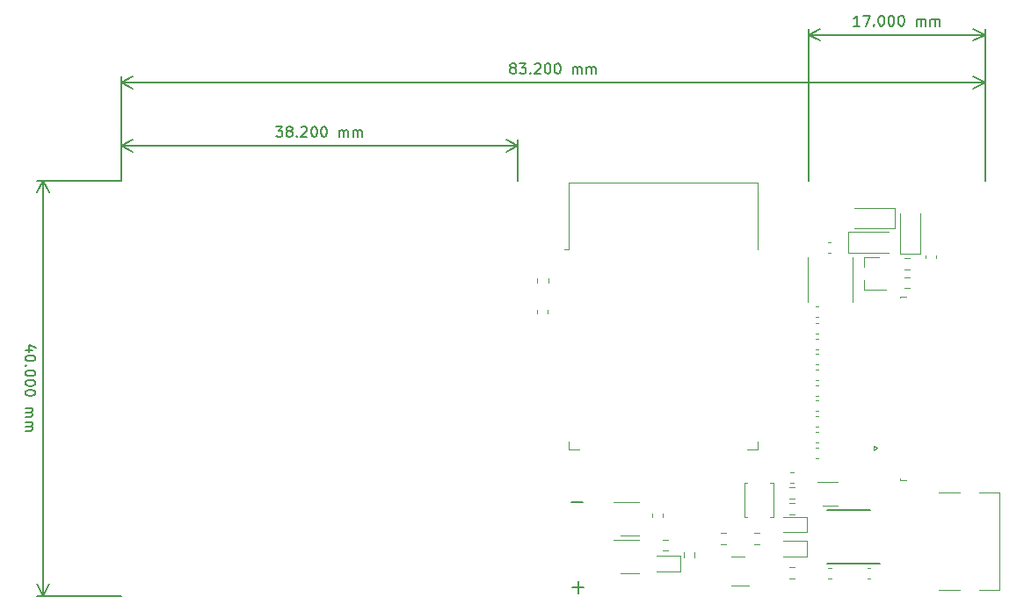
<source format=gbr>
%TF.GenerationSoftware,KiCad,Pcbnew,(5.1.8)-1*%
%TF.CreationDate,2021-08-10T17:59:01+08:00*%
%TF.ProjectId,smartdisplay,736d6172-7464-4697-9370-6c61792e6b69,rev?*%
%TF.SameCoordinates,Original*%
%TF.FileFunction,Legend,Top*%
%TF.FilePolarity,Positive*%
%FSLAX46Y46*%
G04 Gerber Fmt 4.6, Leading zero omitted, Abs format (unit mm)*
G04 Created by KiCad (PCBNEW (5.1.8)-1) date 2021-08-10 17:59:01*
%MOMM*%
%LPD*%
G01*
G04 APERTURE LIST*
%ADD10C,0.150000*%
%ADD11C,0.120000*%
G04 APERTURE END LIST*
D10*
X108214285Y-76333333D02*
X107547619Y-76333333D01*
X108595238Y-76095238D02*
X107880952Y-75857142D01*
X107880952Y-76476190D01*
X108547619Y-77047619D02*
X108547619Y-77142857D01*
X108500000Y-77238095D01*
X108452380Y-77285714D01*
X108357142Y-77333333D01*
X108166666Y-77380952D01*
X107928571Y-77380952D01*
X107738095Y-77333333D01*
X107642857Y-77285714D01*
X107595238Y-77238095D01*
X107547619Y-77142857D01*
X107547619Y-77047619D01*
X107595238Y-76952380D01*
X107642857Y-76904761D01*
X107738095Y-76857142D01*
X107928571Y-76809523D01*
X108166666Y-76809523D01*
X108357142Y-76857142D01*
X108452380Y-76904761D01*
X108500000Y-76952380D01*
X108547619Y-77047619D01*
X107642857Y-77809523D02*
X107595238Y-77857142D01*
X107547619Y-77809523D01*
X107595238Y-77761904D01*
X107642857Y-77809523D01*
X107547619Y-77809523D01*
X108547619Y-78476190D02*
X108547619Y-78571428D01*
X108500000Y-78666666D01*
X108452380Y-78714285D01*
X108357142Y-78761904D01*
X108166666Y-78809523D01*
X107928571Y-78809523D01*
X107738095Y-78761904D01*
X107642857Y-78714285D01*
X107595238Y-78666666D01*
X107547619Y-78571428D01*
X107547619Y-78476190D01*
X107595238Y-78380952D01*
X107642857Y-78333333D01*
X107738095Y-78285714D01*
X107928571Y-78238095D01*
X108166666Y-78238095D01*
X108357142Y-78285714D01*
X108452380Y-78333333D01*
X108500000Y-78380952D01*
X108547619Y-78476190D01*
X108547619Y-79428571D02*
X108547619Y-79523809D01*
X108500000Y-79619047D01*
X108452380Y-79666666D01*
X108357142Y-79714285D01*
X108166666Y-79761904D01*
X107928571Y-79761904D01*
X107738095Y-79714285D01*
X107642857Y-79666666D01*
X107595238Y-79619047D01*
X107547619Y-79523809D01*
X107547619Y-79428571D01*
X107595238Y-79333333D01*
X107642857Y-79285714D01*
X107738095Y-79238095D01*
X107928571Y-79190476D01*
X108166666Y-79190476D01*
X108357142Y-79238095D01*
X108452380Y-79285714D01*
X108500000Y-79333333D01*
X108547619Y-79428571D01*
X108547619Y-80380952D02*
X108547619Y-80476190D01*
X108500000Y-80571428D01*
X108452380Y-80619047D01*
X108357142Y-80666666D01*
X108166666Y-80714285D01*
X107928571Y-80714285D01*
X107738095Y-80666666D01*
X107642857Y-80619047D01*
X107595238Y-80571428D01*
X107547619Y-80476190D01*
X107547619Y-80380952D01*
X107595238Y-80285714D01*
X107642857Y-80238095D01*
X107738095Y-80190476D01*
X107928571Y-80142857D01*
X108166666Y-80142857D01*
X108357142Y-80190476D01*
X108452380Y-80238095D01*
X108500000Y-80285714D01*
X108547619Y-80380952D01*
X107547619Y-81904761D02*
X108214285Y-81904761D01*
X108119047Y-81904761D02*
X108166666Y-81952380D01*
X108214285Y-82047619D01*
X108214285Y-82190476D01*
X108166666Y-82285714D01*
X108071428Y-82333333D01*
X107547619Y-82333333D01*
X108071428Y-82333333D02*
X108166666Y-82380952D01*
X108214285Y-82476190D01*
X108214285Y-82619047D01*
X108166666Y-82714285D01*
X108071428Y-82761904D01*
X107547619Y-82761904D01*
X107547619Y-83238095D02*
X108214285Y-83238095D01*
X108119047Y-83238095D02*
X108166666Y-83285714D01*
X108214285Y-83380952D01*
X108214285Y-83523809D01*
X108166666Y-83619047D01*
X108071428Y-83666666D01*
X107547619Y-83666666D01*
X108071428Y-83666666D02*
X108166666Y-83714285D01*
X108214285Y-83809523D01*
X108214285Y-83952380D01*
X108166666Y-84047619D01*
X108071428Y-84095238D01*
X107547619Y-84095238D01*
X109300000Y-60000000D02*
X109300000Y-100000000D01*
X116800000Y-60000000D02*
X108713579Y-60000000D01*
X116800000Y-100000000D02*
X108713579Y-100000000D01*
X109300000Y-100000000D02*
X108713579Y-98873496D01*
X109300000Y-100000000D02*
X109886421Y-98873496D01*
X109300000Y-60000000D02*
X108713579Y-61126504D01*
X109300000Y-60000000D02*
X109886421Y-61126504D01*
X131709523Y-54752380D02*
X132328571Y-54752380D01*
X131995238Y-55133333D01*
X132138095Y-55133333D01*
X132233333Y-55180952D01*
X132280952Y-55228571D01*
X132328571Y-55323809D01*
X132328571Y-55561904D01*
X132280952Y-55657142D01*
X132233333Y-55704761D01*
X132138095Y-55752380D01*
X131852380Y-55752380D01*
X131757142Y-55704761D01*
X131709523Y-55657142D01*
X132900000Y-55180952D02*
X132804761Y-55133333D01*
X132757142Y-55085714D01*
X132709523Y-54990476D01*
X132709523Y-54942857D01*
X132757142Y-54847619D01*
X132804761Y-54800000D01*
X132900000Y-54752380D01*
X133090476Y-54752380D01*
X133185714Y-54800000D01*
X133233333Y-54847619D01*
X133280952Y-54942857D01*
X133280952Y-54990476D01*
X133233333Y-55085714D01*
X133185714Y-55133333D01*
X133090476Y-55180952D01*
X132900000Y-55180952D01*
X132804761Y-55228571D01*
X132757142Y-55276190D01*
X132709523Y-55371428D01*
X132709523Y-55561904D01*
X132757142Y-55657142D01*
X132804761Y-55704761D01*
X132900000Y-55752380D01*
X133090476Y-55752380D01*
X133185714Y-55704761D01*
X133233333Y-55657142D01*
X133280952Y-55561904D01*
X133280952Y-55371428D01*
X133233333Y-55276190D01*
X133185714Y-55228571D01*
X133090476Y-55180952D01*
X133709523Y-55657142D02*
X133757142Y-55704761D01*
X133709523Y-55752380D01*
X133661904Y-55704761D01*
X133709523Y-55657142D01*
X133709523Y-55752380D01*
X134138095Y-54847619D02*
X134185714Y-54800000D01*
X134280952Y-54752380D01*
X134519047Y-54752380D01*
X134614285Y-54800000D01*
X134661904Y-54847619D01*
X134709523Y-54942857D01*
X134709523Y-55038095D01*
X134661904Y-55180952D01*
X134090476Y-55752380D01*
X134709523Y-55752380D01*
X135328571Y-54752380D02*
X135423809Y-54752380D01*
X135519047Y-54800000D01*
X135566666Y-54847619D01*
X135614285Y-54942857D01*
X135661904Y-55133333D01*
X135661904Y-55371428D01*
X135614285Y-55561904D01*
X135566666Y-55657142D01*
X135519047Y-55704761D01*
X135423809Y-55752380D01*
X135328571Y-55752380D01*
X135233333Y-55704761D01*
X135185714Y-55657142D01*
X135138095Y-55561904D01*
X135090476Y-55371428D01*
X135090476Y-55133333D01*
X135138095Y-54942857D01*
X135185714Y-54847619D01*
X135233333Y-54800000D01*
X135328571Y-54752380D01*
X136280952Y-54752380D02*
X136376190Y-54752380D01*
X136471428Y-54800000D01*
X136519047Y-54847619D01*
X136566666Y-54942857D01*
X136614285Y-55133333D01*
X136614285Y-55371428D01*
X136566666Y-55561904D01*
X136519047Y-55657142D01*
X136471428Y-55704761D01*
X136376190Y-55752380D01*
X136280952Y-55752380D01*
X136185714Y-55704761D01*
X136138095Y-55657142D01*
X136090476Y-55561904D01*
X136042857Y-55371428D01*
X136042857Y-55133333D01*
X136090476Y-54942857D01*
X136138095Y-54847619D01*
X136185714Y-54800000D01*
X136280952Y-54752380D01*
X137804761Y-55752380D02*
X137804761Y-55085714D01*
X137804761Y-55180952D02*
X137852380Y-55133333D01*
X137947619Y-55085714D01*
X138090476Y-55085714D01*
X138185714Y-55133333D01*
X138233333Y-55228571D01*
X138233333Y-55752380D01*
X138233333Y-55228571D02*
X138280952Y-55133333D01*
X138376190Y-55085714D01*
X138519047Y-55085714D01*
X138614285Y-55133333D01*
X138661904Y-55228571D01*
X138661904Y-55752380D01*
X139138095Y-55752380D02*
X139138095Y-55085714D01*
X139138095Y-55180952D02*
X139185714Y-55133333D01*
X139280952Y-55085714D01*
X139423809Y-55085714D01*
X139519047Y-55133333D01*
X139566666Y-55228571D01*
X139566666Y-55752380D01*
X139566666Y-55228571D02*
X139614285Y-55133333D01*
X139709523Y-55085714D01*
X139852380Y-55085714D01*
X139947619Y-55133333D01*
X139995238Y-55228571D01*
X139995238Y-55752380D01*
X155000000Y-56600000D02*
X116800000Y-56600000D01*
X155000000Y-60000000D02*
X155000000Y-56013579D01*
X116800000Y-60000000D02*
X116800000Y-56013579D01*
X116800000Y-56600000D02*
X117926504Y-56013579D01*
X116800000Y-56600000D02*
X117926504Y-57186421D01*
X155000000Y-56600000D02*
X153873496Y-56013579D01*
X155000000Y-56600000D02*
X153873496Y-57186421D01*
X154447619Y-49080952D02*
X154352380Y-49033333D01*
X154304761Y-48985714D01*
X154257142Y-48890476D01*
X154257142Y-48842857D01*
X154304761Y-48747619D01*
X154352380Y-48700000D01*
X154447619Y-48652380D01*
X154638095Y-48652380D01*
X154733333Y-48700000D01*
X154780952Y-48747619D01*
X154828571Y-48842857D01*
X154828571Y-48890476D01*
X154780952Y-48985714D01*
X154733333Y-49033333D01*
X154638095Y-49080952D01*
X154447619Y-49080952D01*
X154352380Y-49128571D01*
X154304761Y-49176190D01*
X154257142Y-49271428D01*
X154257142Y-49461904D01*
X154304761Y-49557142D01*
X154352380Y-49604761D01*
X154447619Y-49652380D01*
X154638095Y-49652380D01*
X154733333Y-49604761D01*
X154780952Y-49557142D01*
X154828571Y-49461904D01*
X154828571Y-49271428D01*
X154780952Y-49176190D01*
X154733333Y-49128571D01*
X154638095Y-49080952D01*
X155161904Y-48652380D02*
X155780952Y-48652380D01*
X155447619Y-49033333D01*
X155590476Y-49033333D01*
X155685714Y-49080952D01*
X155733333Y-49128571D01*
X155780952Y-49223809D01*
X155780952Y-49461904D01*
X155733333Y-49557142D01*
X155685714Y-49604761D01*
X155590476Y-49652380D01*
X155304761Y-49652380D01*
X155209523Y-49604761D01*
X155161904Y-49557142D01*
X156209523Y-49557142D02*
X156257142Y-49604761D01*
X156209523Y-49652380D01*
X156161904Y-49604761D01*
X156209523Y-49557142D01*
X156209523Y-49652380D01*
X156638095Y-48747619D02*
X156685714Y-48700000D01*
X156780952Y-48652380D01*
X157019047Y-48652380D01*
X157114285Y-48700000D01*
X157161904Y-48747619D01*
X157209523Y-48842857D01*
X157209523Y-48938095D01*
X157161904Y-49080952D01*
X156590476Y-49652380D01*
X157209523Y-49652380D01*
X157828571Y-48652380D02*
X157923809Y-48652380D01*
X158019047Y-48700000D01*
X158066666Y-48747619D01*
X158114285Y-48842857D01*
X158161904Y-49033333D01*
X158161904Y-49271428D01*
X158114285Y-49461904D01*
X158066666Y-49557142D01*
X158019047Y-49604761D01*
X157923809Y-49652380D01*
X157828571Y-49652380D01*
X157733333Y-49604761D01*
X157685714Y-49557142D01*
X157638095Y-49461904D01*
X157590476Y-49271428D01*
X157590476Y-49033333D01*
X157638095Y-48842857D01*
X157685714Y-48747619D01*
X157733333Y-48700000D01*
X157828571Y-48652380D01*
X158780952Y-48652380D02*
X158876190Y-48652380D01*
X158971428Y-48700000D01*
X159019047Y-48747619D01*
X159066666Y-48842857D01*
X159114285Y-49033333D01*
X159114285Y-49271428D01*
X159066666Y-49461904D01*
X159019047Y-49557142D01*
X158971428Y-49604761D01*
X158876190Y-49652380D01*
X158780952Y-49652380D01*
X158685714Y-49604761D01*
X158638095Y-49557142D01*
X158590476Y-49461904D01*
X158542857Y-49271428D01*
X158542857Y-49033333D01*
X158590476Y-48842857D01*
X158638095Y-48747619D01*
X158685714Y-48700000D01*
X158780952Y-48652380D01*
X160304761Y-49652380D02*
X160304761Y-48985714D01*
X160304761Y-49080952D02*
X160352380Y-49033333D01*
X160447619Y-48985714D01*
X160590476Y-48985714D01*
X160685714Y-49033333D01*
X160733333Y-49128571D01*
X160733333Y-49652380D01*
X160733333Y-49128571D02*
X160780952Y-49033333D01*
X160876190Y-48985714D01*
X161019047Y-48985714D01*
X161114285Y-49033333D01*
X161161904Y-49128571D01*
X161161904Y-49652380D01*
X161638095Y-49652380D02*
X161638095Y-48985714D01*
X161638095Y-49080952D02*
X161685714Y-49033333D01*
X161780952Y-48985714D01*
X161923809Y-48985714D01*
X162019047Y-49033333D01*
X162066666Y-49128571D01*
X162066666Y-49652380D01*
X162066666Y-49128571D02*
X162114285Y-49033333D01*
X162209523Y-48985714D01*
X162352380Y-48985714D01*
X162447619Y-49033333D01*
X162495238Y-49128571D01*
X162495238Y-49652380D01*
X200000000Y-50500000D02*
X116800000Y-50500000D01*
X200000000Y-60000000D02*
X200000000Y-49913579D01*
X116800000Y-60000000D02*
X116800000Y-49913579D01*
X116800000Y-50500000D02*
X117926504Y-49913579D01*
X116800000Y-50500000D02*
X117926504Y-51086421D01*
X200000000Y-50500000D02*
X198873496Y-49913579D01*
X200000000Y-50500000D02*
X198873496Y-51086421D01*
X160128571Y-91007142D02*
X161271428Y-91007142D01*
X160228571Y-99207142D02*
X161371428Y-99207142D01*
X160800000Y-99778571D02*
X160800000Y-98635714D01*
X187928571Y-45052380D02*
X187357142Y-45052380D01*
X187642857Y-45052380D02*
X187642857Y-44052380D01*
X187547619Y-44195238D01*
X187452380Y-44290476D01*
X187357142Y-44338095D01*
X188261904Y-44052380D02*
X188928571Y-44052380D01*
X188500000Y-45052380D01*
X189309523Y-44957142D02*
X189357142Y-45004761D01*
X189309523Y-45052380D01*
X189261904Y-45004761D01*
X189309523Y-44957142D01*
X189309523Y-45052380D01*
X189976190Y-44052380D02*
X190071428Y-44052380D01*
X190166666Y-44100000D01*
X190214285Y-44147619D01*
X190261904Y-44242857D01*
X190309523Y-44433333D01*
X190309523Y-44671428D01*
X190261904Y-44861904D01*
X190214285Y-44957142D01*
X190166666Y-45004761D01*
X190071428Y-45052380D01*
X189976190Y-45052380D01*
X189880952Y-45004761D01*
X189833333Y-44957142D01*
X189785714Y-44861904D01*
X189738095Y-44671428D01*
X189738095Y-44433333D01*
X189785714Y-44242857D01*
X189833333Y-44147619D01*
X189880952Y-44100000D01*
X189976190Y-44052380D01*
X190928571Y-44052380D02*
X191023809Y-44052380D01*
X191119047Y-44100000D01*
X191166666Y-44147619D01*
X191214285Y-44242857D01*
X191261904Y-44433333D01*
X191261904Y-44671428D01*
X191214285Y-44861904D01*
X191166666Y-44957142D01*
X191119047Y-45004761D01*
X191023809Y-45052380D01*
X190928571Y-45052380D01*
X190833333Y-45004761D01*
X190785714Y-44957142D01*
X190738095Y-44861904D01*
X190690476Y-44671428D01*
X190690476Y-44433333D01*
X190738095Y-44242857D01*
X190785714Y-44147619D01*
X190833333Y-44100000D01*
X190928571Y-44052380D01*
X191880952Y-44052380D02*
X191976190Y-44052380D01*
X192071428Y-44100000D01*
X192119047Y-44147619D01*
X192166666Y-44242857D01*
X192214285Y-44433333D01*
X192214285Y-44671428D01*
X192166666Y-44861904D01*
X192119047Y-44957142D01*
X192071428Y-45004761D01*
X191976190Y-45052380D01*
X191880952Y-45052380D01*
X191785714Y-45004761D01*
X191738095Y-44957142D01*
X191690476Y-44861904D01*
X191642857Y-44671428D01*
X191642857Y-44433333D01*
X191690476Y-44242857D01*
X191738095Y-44147619D01*
X191785714Y-44100000D01*
X191880952Y-44052380D01*
X193404761Y-45052380D02*
X193404761Y-44385714D01*
X193404761Y-44480952D02*
X193452380Y-44433333D01*
X193547619Y-44385714D01*
X193690476Y-44385714D01*
X193785714Y-44433333D01*
X193833333Y-44528571D01*
X193833333Y-45052380D01*
X193833333Y-44528571D02*
X193880952Y-44433333D01*
X193976190Y-44385714D01*
X194119047Y-44385714D01*
X194214285Y-44433333D01*
X194261904Y-44528571D01*
X194261904Y-45052380D01*
X194738095Y-45052380D02*
X194738095Y-44385714D01*
X194738095Y-44480952D02*
X194785714Y-44433333D01*
X194880952Y-44385714D01*
X195023809Y-44385714D01*
X195119047Y-44433333D01*
X195166666Y-44528571D01*
X195166666Y-45052380D01*
X195166666Y-44528571D02*
X195214285Y-44433333D01*
X195309523Y-44385714D01*
X195452380Y-44385714D01*
X195547619Y-44433333D01*
X195595238Y-44528571D01*
X195595238Y-45052380D01*
X200000000Y-45900000D02*
X183000000Y-45900000D01*
X200000000Y-60000000D02*
X200000000Y-45313579D01*
X183000000Y-60000000D02*
X183000000Y-45313579D01*
X183000000Y-45900000D02*
X184126504Y-45313579D01*
X183000000Y-45900000D02*
X184126504Y-46486421D01*
X200000000Y-45900000D02*
X198873496Y-45313579D01*
X200000000Y-45900000D02*
X198873496Y-46486421D01*
D11*
%TO.C,C9*%
X195310000Y-67159420D02*
X195310000Y-67440580D01*
X194290000Y-67159420D02*
X194290000Y-67440580D01*
%TO.C,L1*%
X187254000Y-67346000D02*
X187254000Y-71654000D01*
X182946000Y-71654000D02*
X182946000Y-67346000D01*
%TO.C,R5*%
X192262742Y-67477500D02*
X192737258Y-67477500D01*
X192262742Y-68522500D02*
X192737258Y-68522500D01*
%TO.C,R4*%
X192262742Y-69277500D02*
X192737258Y-69277500D01*
X192262742Y-70322500D02*
X192737258Y-70322500D01*
%TO.C,Q1*%
X188340000Y-67320000D02*
X188340000Y-68250000D01*
X188340000Y-70480000D02*
X188340000Y-69550000D01*
X188340000Y-70480000D02*
X190500000Y-70480000D01*
X188340000Y-67320000D02*
X189800000Y-67320000D01*
%TO.C,D5*%
X191800000Y-67050000D02*
X193800000Y-67050000D01*
X193800000Y-67050000D02*
X193800000Y-63150000D01*
X191800000Y-67050000D02*
X191800000Y-63150000D01*
%TO.C,D1*%
X186850000Y-64900000D02*
X186850000Y-66900000D01*
X186850000Y-66900000D02*
X190750000Y-66900000D01*
X186850000Y-64900000D02*
X190750000Y-64900000D01*
%TO.C,D4*%
X191350000Y-64600000D02*
X191350000Y-62600000D01*
X191350000Y-62600000D02*
X187450000Y-62600000D01*
X191350000Y-64600000D02*
X187450000Y-64600000D01*
%TO.C,C15*%
X183940580Y-86710000D02*
X183659420Y-86710000D01*
X183940580Y-85690000D02*
X183659420Y-85690000D01*
%TO.C,C14*%
X183940580Y-85210000D02*
X183659420Y-85210000D01*
X183940580Y-84190000D02*
X183659420Y-84190000D01*
%TO.C,C13*%
X183940580Y-83710000D02*
X183659420Y-83710000D01*
X183940580Y-82690000D02*
X183659420Y-82690000D01*
%TO.C,C12*%
X183940580Y-82210000D02*
X183659420Y-82210000D01*
X183940580Y-81190000D02*
X183659420Y-81190000D01*
%TO.C,C11*%
X183940580Y-80710000D02*
X183659420Y-80710000D01*
X183940580Y-79690000D02*
X183659420Y-79690000D01*
%TO.C,C10*%
X183940580Y-79210000D02*
X183659420Y-79210000D01*
X183940580Y-78190000D02*
X183659420Y-78190000D01*
%TO.C,C8*%
X183659420Y-72090000D02*
X183940580Y-72090000D01*
X183659420Y-73110000D02*
X183940580Y-73110000D01*
%TO.C,C7*%
X183940580Y-77710000D02*
X183659420Y-77710000D01*
X183940580Y-76690000D02*
X183659420Y-76690000D01*
%TO.C,C4*%
X185140580Y-66910000D02*
X184859420Y-66910000D01*
X185140580Y-65890000D02*
X184859420Y-65890000D01*
%TO.C,C2*%
X183940580Y-76210000D02*
X183659420Y-76210000D01*
X183940580Y-75190000D02*
X183659420Y-75190000D01*
%TO.C,C1*%
X183940580Y-74710000D02*
X183659420Y-74710000D01*
X183940580Y-73690000D02*
X183659420Y-73690000D01*
%TO.C,U3*%
X191840000Y-88715000D02*
X191840000Y-88825000D01*
X191840000Y-88825000D02*
X192440000Y-88825000D01*
X191840000Y-71285000D02*
X191840000Y-71175000D01*
X191840000Y-71175000D02*
X192440000Y-71175000D01*
X189250000Y-85950000D02*
X189650000Y-85750000D01*
X189650000Y-85750000D02*
X189250000Y-85550000D01*
X189250000Y-85550000D02*
X189250000Y-85950000D01*
%TO.C,U5*%
X176850000Y-96190000D02*
X175550000Y-96190000D01*
X177290000Y-99010000D02*
X175550000Y-99010000D01*
%TO.C,R8*%
X178237258Y-93977500D02*
X177762742Y-93977500D01*
X178237258Y-95022500D02*
X177762742Y-95022500D01*
%TO.C,R7*%
X174562742Y-95022500D02*
X175037258Y-95022500D01*
X174562742Y-93977500D02*
X175037258Y-93977500D01*
%TO.C,J2*%
X199450000Y-99450000D02*
X201350000Y-99450000D01*
X195550000Y-99450000D02*
X197550000Y-99450000D01*
X199450000Y-90050000D02*
X201350000Y-90050000D01*
X195550000Y-90050000D02*
X197550000Y-90050000D01*
X201350000Y-99450000D02*
X201350000Y-90050000D01*
%TO.C,R6*%
X181637258Y-90622500D02*
X181162742Y-90622500D01*
X181637258Y-89577500D02*
X181162742Y-89577500D01*
%TO.C,D6*%
X168400000Y-97635000D02*
X170685000Y-97635000D01*
X170685000Y-97635000D02*
X170685000Y-96165000D01*
X170685000Y-96165000D02*
X168400000Y-96165000D01*
%TO.C,D3*%
X180600000Y-93855000D02*
X182885000Y-93855000D01*
X182885000Y-93855000D02*
X182885000Y-92385000D01*
X182885000Y-92385000D02*
X180600000Y-92385000D01*
%TO.C,D2*%
X180600000Y-96215000D02*
X182885000Y-96215000D01*
X182885000Y-96215000D02*
X182885000Y-94745000D01*
X182885000Y-94745000D02*
X180600000Y-94745000D01*
%TO.C,C5*%
X188659420Y-97290000D02*
X188940580Y-97290000D01*
X188659420Y-98310000D02*
X188940580Y-98310000D01*
%TO.C,SW1*%
X176800000Y-89150000D02*
X177100000Y-89150000D01*
X176800000Y-92450000D02*
X176800000Y-89150000D01*
X177100000Y-92450000D02*
X176800000Y-92450000D01*
X179600000Y-89150000D02*
X179300000Y-89150000D01*
X179600000Y-92450000D02*
X179600000Y-89150000D01*
X179300000Y-92450000D02*
X179600000Y-92450000D01*
%TO.C,R9*%
X170977500Y-96287258D02*
X170977500Y-95812742D01*
X172022500Y-96287258D02*
X172022500Y-95812742D01*
%TO.C,R10*%
X168962742Y-94627500D02*
X169437258Y-94627500D01*
X168962742Y-95672500D02*
X169437258Y-95672500D01*
%TO.C,R2*%
X181637258Y-92122500D02*
X181162742Y-92122500D01*
X181637258Y-91077500D02*
X181162742Y-91077500D01*
%TO.C,R1*%
X181637258Y-98322500D02*
X181162742Y-98322500D01*
X181637258Y-97277500D02*
X181162742Y-97277500D01*
%TO.C,C17*%
X168960000Y-92109420D02*
X168960000Y-92390580D01*
X167940000Y-92109420D02*
X167940000Y-92390580D01*
%TO.C,C16*%
X181540580Y-89110000D02*
X181259420Y-89110000D01*
X181540580Y-88090000D02*
X181259420Y-88090000D01*
%TO.C,C3*%
X185190580Y-98310000D02*
X184909420Y-98310000D01*
X185190580Y-97290000D02*
X184909420Y-97290000D01*
%TO.C,U1*%
X184400000Y-91360000D02*
X185800000Y-91360000D01*
X185800000Y-89040000D02*
X183900000Y-89040000D01*
%TO.C,R3*%
X156877500Y-69362742D02*
X156877500Y-69837258D01*
X157922500Y-69362742D02*
X157922500Y-69837258D01*
%TO.C,C6*%
X156890000Y-72459420D02*
X156890000Y-72740580D01*
X157910000Y-72459420D02*
X157910000Y-72740580D01*
%TO.C,U6*%
X166700000Y-90940000D02*
X164250000Y-90940000D01*
X164900000Y-94160000D02*
X166700000Y-94160000D01*
D10*
%TO.C,U2*%
X188970000Y-91730000D02*
X184830000Y-91730000D01*
X189900000Y-96870000D02*
X184830000Y-96870000D01*
D11*
%TO.C,U7*%
X166700000Y-94590000D02*
X164250000Y-94590000D01*
X164900000Y-97810000D02*
X166700000Y-97810000D01*
%TO.C,U4*%
X159880000Y-66555000D02*
X159500000Y-66555000D01*
X159880000Y-60135000D02*
X159880000Y-66555000D01*
X178120000Y-60135000D02*
X178120000Y-66555000D01*
X159880000Y-60135000D02*
X178120000Y-60135000D01*
X178120000Y-85880000D02*
X177120000Y-85880000D01*
X178120000Y-85100000D02*
X178120000Y-85880000D01*
X159880000Y-85880000D02*
X160880000Y-85880000D01*
X159880000Y-85100000D02*
X159880000Y-85880000D01*
%TD*%
M02*

</source>
